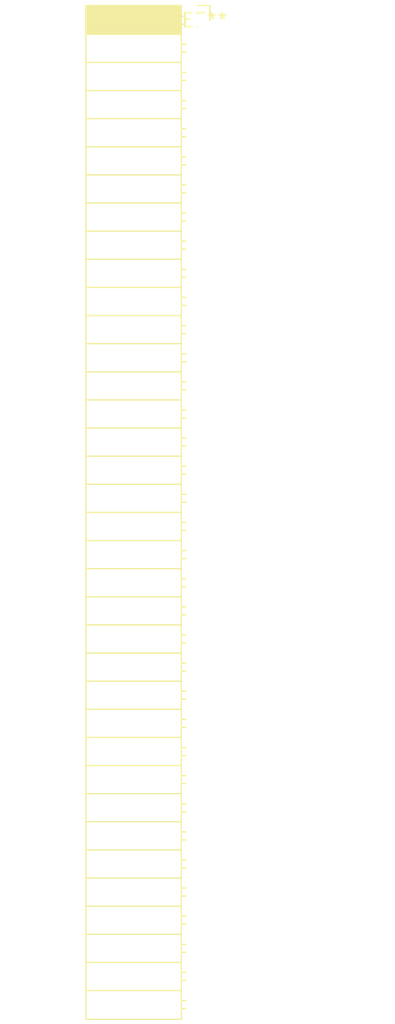
<source format=kicad_pcb>
(kicad_pcb (version 20240108) (generator pcbnew)
  (layers (0 "F.Cu" signal) (31 "B.Cu" signal) (34 "B.Paste" user) (35 "F.Paste" user) (36 "B.SilkS" user "B.Silkscreen") (37 "F.SilkS" user "F.Silkscreen") (38 "B.Mask" user) (39 "F.Mask" user) (44 "Edge.Cuts" user))
  (net 0 "")
  (footprint "PinSocket_1x36_P2.54mm_Horizontal" (layer "F.Cu") (at 0 0)
    (property "Reference" "REF**")
    (property "Value" "PinSocket_1x36_P2.54mm_Horizontal")
    (fp_line (start -10.09 -1.33) (end -10.09 90.23) (layer "F.SilkS") (stroke (width 0.12)))
    (fp_line (start -10.09 -1.33) (end -1.46 -1.33) (layer "F.SilkS") (stroke (width 0.12)))
    (fp_line (start -10.09 -1.21) (end -1.46 -1.21) (layer "F.SilkS") (stroke (width 0.12)))
    (fp_line (start -10.09 -1.091905) (end -1.46 -1.091905) (layer "F.SilkS") (stroke (width 0.12)))
    (fp_line (start -10.09 -0.97381) (end -1.46 -0.97381) (layer "F.SilkS") (stroke (width 0.12)))
    (fp_line (start -10.09 -0.855715) (end -1.46 -0.855715) (layer "F.SilkS") (stroke (width 0.12)))
    (fp_line (start -10.09 -0.73762) (end -1.46 -0.73762) (layer "F.SilkS") (stroke (width 0.12)))
    (fp_line (start -10.09 -0.619525) (end -1.46 -0.619525) (layer "F.SilkS") (stroke (width 0.12)))
    (fp_line (start -10.09 -0.50143) (end -1.46 -0.50143) (layer "F.SilkS") (stroke (width 0.12)))
    (fp_line (start -10.09 -0.383335) (end -1.46 -0.383335) (layer "F.SilkS") (stroke (width 0.12)))
    (fp_line (start -10.09 -0.26524) (end -1.46 -0.26524) (layer "F.SilkS") (stroke (width 0.12)))
    (fp_line (start -10.09 -0.147145) (end -1.46 -0.147145) (layer "F.SilkS") (stroke (width 0.12)))
    (fp_line (start -10.09 -0.02905) (end -1.46 -0.02905) (layer "F.SilkS") (stroke (width 0.12)))
    (fp_line (start -10.09 0.089045) (end -1.46 0.089045) (layer "F.SilkS") (stroke (width 0.12)))
    (fp_line (start -10.09 0.20714) (end -1.46 0.20714) (layer "F.SilkS") (stroke (width 0.12)))
    (fp_line (start -10.09 0.325235) (end -1.46 0.325235) (layer "F.SilkS") (stroke (width 0.12)))
    (fp_line (start -10.09 0.44333) (end -1.46 0.44333) (layer "F.SilkS") (stroke (width 0.12)))
    (fp_line (start -10.09 0.561425) (end -1.46 0.561425) (layer "F.SilkS") (stroke (width 0.12)))
    (fp_line (start -10.09 0.67952) (end -1.46 0.67952) (layer "F.SilkS") (stroke (width 0.12)))
    (fp_line (start -10.09 0.797615) (end -1.46 0.797615) (layer "F.SilkS") (stroke (width 0.12)))
    (fp_line (start -10.09 0.91571) (end -1.46 0.91571) (layer "F.SilkS") (stroke (width 0.12)))
    (fp_line (start -10.09 1.033805) (end -1.46 1.033805) (layer "F.SilkS") (stroke (width 0.12)))
    (fp_line (start -10.09 1.1519) (end -1.46 1.1519) (layer "F.SilkS") (stroke (width 0.12)))
    (fp_line (start -10.09 1.27) (end -1.46 1.27) (layer "F.SilkS") (stroke (width 0.12)))
    (fp_line (start -10.09 3.81) (end -1.46 3.81) (layer "F.SilkS") (stroke (width 0.12)))
    (fp_line (start -10.09 6.35) (end -1.46 6.35) (layer "F.SilkS") (stroke (width 0.12)))
    (fp_line (start -10.09 8.89) (end -1.46 8.89) (layer "F.SilkS") (stroke (width 0.12)))
    (fp_line (start -10.09 11.43) (end -1.46 11.43) (layer "F.SilkS") (stroke (width 0.12)))
    (fp_line (start -10.09 13.97) (end -1.46 13.97) (layer "F.SilkS") (stroke (width 0.12)))
    (fp_line (start -10.09 16.51) (end -1.46 16.51) (layer "F.SilkS") (stroke (width 0.12)))
    (fp_line (start -10.09 19.05) (end -1.46 19.05) (layer "F.SilkS") (stroke (width 0.12)))
    (fp_line (start -10.09 21.59) (end -1.46 21.59) (layer "F.SilkS") (stroke (width 0.12)))
    (fp_line (start -10.09 24.13) (end -1.46 24.13) (layer "F.SilkS") (stroke (width 0.12)))
    (fp_line (start -10.09 26.67) (end -1.46 26.67) (layer "F.SilkS") (stroke (width 0.12)))
    (fp_line (start -10.09 29.21) (end -1.46 29.21) (layer "F.SilkS") (stroke (width 0.12)))
    (fp_line (start -10.09 31.75) (end -1.46 31.75) (layer "F.SilkS") (stroke (width 0.12)))
    (fp_line (start -10.09 34.29) (end -1.46 34.29) (layer "F.SilkS") (stroke (width 0.12)))
    (fp_line (start -10.09 36.83) (end -1.46 36.83) (layer "F.SilkS") (stroke (width 0.12)))
    (fp_line (start -10.09 39.37) (end -1.46 39.37) (layer "F.SilkS") (stroke (width 0.12)))
    (fp_line (start -10.09 41.91) (end -1.46 41.91) (layer "F.SilkS") (stroke (width 0.12)))
    (fp_line (start -10.09 44.45) (end -1.46 44.45) (layer "F.SilkS") (stroke (width 0.12)))
    (fp_line (start -10.09 46.99) (end -1.46 46.99) (layer "F.SilkS") (stroke (width 0.12)))
    (fp_line (start -10.09 49.53) (end -1.46 49.53) (layer "F.SilkS") (stroke (width 0.12)))
    (fp_line (start -10.09 52.07) (end -1.46 52.07) (layer "F.SilkS") (stroke (width 0.12)))
    (fp_line (start -10.09 54.61) (end -1.46 54.61) (layer "F.SilkS") (stroke (width 0.12)))
    (fp_line (start -10.09 57.15) (end -1.46 57.15) (layer "F.SilkS") (stroke (width 0.12)))
    (fp_line (start -10.09 59.69) (end -1.46 59.69) (layer "F.SilkS") (stroke (width 0.12)))
    (fp_line (start -10.09 62.23) (end -1.46 62.23) (layer "F.SilkS") (stroke (width 0.12)))
    (fp_line (start -10.09 64.77) (end -1.46 64.77) (layer "F.SilkS") (stroke (width 0.12)))
    (fp_line (start -10.09 67.31) (end -1.46 67.31) (layer "F.SilkS") (stroke (width 0.12)))
    (fp_line (start -10.09 69.85) (end -1.46 69.85) (layer "F.SilkS") (stroke (width 0.12)))
    (fp_line (start -10.09 72.39) (end -1.46 72.39) (layer "F.SilkS") (stroke (width 0.12)))
    (fp_line (start -10.09 74.93) (end -1.46 74.93) (layer "F.SilkS") (stroke (width 0.12)))
    (fp_line (start -10.09 77.47) (end -1.46 77.47) (layer "F.SilkS") (stroke (width 0.12)))
    (fp_line (start -10.09 80.01) (end -1.46 80.01) (layer "F.SilkS") (stroke (width 0.12)))
    (fp_line (start -10.09 82.55) (end -1.46 82.55) (layer "F.SilkS") (stroke (width 0.12)))
    (fp_line (start -10.09 85.09) (end -1.46 85.09) (layer "F.SilkS") (stroke (width 0.12)))
    (fp_line (start -10.09 87.63) (end -1.46 87.63) (layer "F.SilkS") (stroke (width 0.12)))
    (fp_line (start -10.09 90.23) (end -1.46 90.23) (layer "F.SilkS") (stroke (width 0.12)))
    (fp_line (start -1.46 -1.33) (end -1.46 90.23) (layer "F.SilkS") (stroke (width 0.12)))
    (fp_line (start -1.46 -0.36) (end -1.11 -0.36) (layer "F.SilkS") (stroke (width 0.12)))
    (fp_line (start -1.46 0.36) (end -1.11 0.36) (layer "F.SilkS") (stroke (width 0.12)))
    (fp_line (start -1.46 2.18) (end -1.05 2.18) (layer "F.SilkS") (stroke (width 0.12)))
    (fp_line (start -1.46 2.9) (end -1.05 2.9) (layer "F.SilkS") (stroke (width 0.12)))
    (fp_line (start -1.46 4.72) (end -1.05 4.72) (layer "F.SilkS") (stroke (width 0.12)))
    (fp_line (start -1.46 5.44) (end -1.05 5.44) (layer "F.SilkS") (stroke (width 0.12)))
    (fp_line (start -1.46 7.26) (end -1.05 7.26) (layer "F.SilkS") (stroke (width 0.12)))
    (fp_line (start -1.46 7.98) (end -1.05 7.98) (layer "F.SilkS") (stroke (width 0.12)))
    (fp_line (start -1.46 9.8) (end -1.05 9.8) (layer "F.SilkS") (stroke (width 0.12)))
    (fp_line (start -1.46 10.52) (end -1.05 10.52) (layer "F.SilkS") (stroke (width 0.12)))
    (fp_line (start -1.46 12.34) (end -1.05 12.34) (layer "F.SilkS") (stroke (width 0.12)))
    (fp_line (start -1.46 13.06) (end -1.05 13.06) (layer "F.SilkS") (stroke (width 0.12)))
    (fp_line (start -1.46 14.88) (end -1.05 14.88) (layer "F.SilkS") (stroke (width 0.12)))
    (fp_line (start -1.46 15.6) (end -1.05 15.6) (layer "F.SilkS") (stroke (width 0.12)))
    (fp_line (start -1.46 17.42) (end -1.05 17.42) (layer "F.SilkS") (stroke (width 0.12)))
    (fp_line (start -1.46 18.14) (end -1.05 18.14) (layer "F.SilkS") (stroke (width 0.12)))
    (fp_line (start -1.46 19.96) (end -1.05 19.96) (layer "F.SilkS") (stroke (width 0.12)))
    (fp_line (start -1.46 20.68) (end -1.05 20.68) (layer "F.SilkS") (stroke (width 0.12)))
    (fp_line (start -1.46 22.5) (end -1.05 22.5) (layer "F.SilkS") (stroke (width 0.12)))
    (fp_line (start -1.46 23.22) (end -1.05 23.22) (layer "F.SilkS") (stroke (width 0.12)))
    (fp_line (start -1.46 25.04) (end -1.05 25.04) (layer "F.SilkS") (stroke (width 0.12)))
    (fp_line (start -1.46 25.76) (end -1.05 25.76) (layer "F.SilkS") (stroke (width 0.12)))
    (fp_line (start -1.46 27.58) (end -1.05 27.58) (layer "F.SilkS") (stroke (width 0.12)))
    (fp_line (start -1.46 28.3) (end -1.05 28.3) (layer "F.SilkS") (stroke (width 0.12)))
    (fp_line (start -1.46 30.12) (end -1.05 30.12) (layer "F.SilkS") (stroke (width 0.12)))
    (fp_line (start -1.46 30.84) (end -1.05 30.84) (layer "F.SilkS") (stroke (width 0.12)))
    (fp_line (start -1.46 32.66) (end -1.05 32.66) (layer "F.SilkS") (stroke (width 0.12)))
    (fp_line (start -1.46 33.38) (end -1.05 33.38) (layer "F.SilkS") (stroke (width 0.12)))
    (fp_line (start -1.46 35.2) (end -1.05 35.2) (layer "F.SilkS") (stroke (width 0.12)))
    (fp_line (start -1.46 35.92) (end -1.05 35.92) (layer "F.SilkS") (stroke (width 0.12)))
    (fp_line (start -1.46 37.74) (end -1.05 37.74) (layer "F.SilkS") (stroke (width 0.12)))
    (fp_line (start -1.46 38.46) (end -1.05 38.46) (layer "F.SilkS") (stroke (width 0.12)))
    (fp_line (start -1.46 40.28) (end -1.05 40.28) (layer "F.SilkS") (stroke (width 0.12)))
    (fp_line (start -1.46 41) (end -1.05 41) (layer "F.SilkS") (stroke (width 0.12)))
    (fp_line (start -1.46 42.82) (end -1.05 42.82) (layer "F.SilkS") (stroke (width 0.12)))
    (fp_line (start -1.46 43.54) (end -1.05 43.54) (layer "F.SilkS") (stroke (width 0.12)))
    (fp_line (start -1.46 45.36) (end -1.05 45.36) (layer "F.SilkS") (stroke (width 0.12)))
    (fp_line (start -1.46 46.08) (end -1.05 46.08) (layer "F.SilkS") (stroke (width 0.12)))
    (fp_line (start -1.46 47.9) (end -1.05 47.9) (layer "F.SilkS") (stroke (width 0.12)))
    (fp_line (start -1.46 48.62) (end -1.05 48.62) (layer "F.SilkS") (stroke (width 0.12)))
    (fp_line (start -1.46 50.44) (end -1.05 50.44) (layer "F.SilkS") (stroke (width 0.12)))
    (fp_line (start -1.46 51.16) (end -1.05 51.16) (layer "F.SilkS") (stroke (width 0.12)))
    (fp_line (start -1.46 52.98) (end -1.05 52.98) (layer "F.SilkS") (stroke (width 0.12)))
    (fp_line (start -1.46 53.7) (end -1.05 53.7) (layer "F.SilkS") (stroke (width 0.12)))
    (fp_line (start -1.46 55.52) (end -1.05 55.52) (layer "F.SilkS") (stroke (width 0.12)))
    (fp_line (start -1.46 56.24) (end -1.05 56.24) (layer "F.SilkS") (stroke (width 0.12)))
    (fp_line (start -1.46 58.06) (end -1.05 58.06) (layer "F.SilkS") (stroke (width 0.12)))
    (fp_line (start -1.46 58.78) (end -1.05 58.78) (layer "F.SilkS") (stroke (width 0.12)))
    (fp_line (start -1.46 60.6) (end -1.05 60.6) (layer "F.SilkS") (stroke (width 0.12)))
    (fp_line (start -1.46 61.32) (end -1.05 61.32) (layer "F.SilkS") (stroke (width 0.12)))
    (fp_line (start -1.46 63.14) (end -1.05 63.14) (layer "F.SilkS") (stroke (width 0.12)))
    (fp_line (start -1.46 63.86) (end -1.05 63.86) (layer "F.SilkS") (stroke (width 0.12)))
    (fp_line (start -1.46 65.68) (end -1.05 65.68) (layer "F.SilkS") (stroke (width 0.12)))
    (fp_line (start -1.46 66.4) (end -1.05 66.4) (layer "F.SilkS") (stroke (width 0.12)))
    (fp_line (start -1.46 68.22) (end -1.05 68.22) (layer "F.SilkS") (stroke (width 0.12)))
    (fp_line (start -1.46 68.94) (end -1.05 68.94) (layer "F.SilkS") (stroke (width 0.12)))
    (fp_line (start -1.46 70.76) (end -1.05 70.76) (layer "F.SilkS") (stroke (width 0.12)))
    (fp_line (start -1.46 71.48) (end -1.05 71.48) (layer "F.SilkS") (stroke (width 0.12)))
    (fp_line (start -1.46 73.3) (end -1.05 73.3) (layer "F.SilkS") (stroke (width 0.12)))
    (fp_line (start -1.46 74.02) (end -1.05 74.02) (layer "F.SilkS") (stroke (width 0.12)))
    (fp_line (start -1.46 75.84) (end -1.05 75.84) (layer "F.SilkS") (stroke (width 0.12)))
    (fp_line (start -1.46 76.56) (end -1.05 76.56) (layer "F.SilkS") (stroke (width 0.12)))
    (fp_line (start -1.46 78.38) (end -1.05 78.38) (layer "F.SilkS") (stroke (width 0.12)))
    (fp_line (start -1.46 79.1) (end -1.05 79.1) (layer "F.SilkS") (stroke (width 0.12)))
    (fp_line (start -1.46 80.92) (end -1.05 80.92) (layer "F.SilkS") (stroke (width 0.12)))
    (fp_line (start -1.46 81.64) (end -1.05 81.64) (layer "F.SilkS") (stroke (width 0.12)))
    (fp_line (start -1.46 83.46) (end -1.05 83.46) (layer "F.SilkS") (stroke (width 0.12)))
    (fp_line (start -1.46 84.18) (end -1.05 84.18) (layer "F.SilkS") (stroke (width 0.12)))
    (fp_line (start -1.46 86) (end -1.05 86) (layer "F.SilkS") (stroke (width 0.12)))
    (fp_line (start -1.46 86.72) (end -1.05 86.72) (layer "F.SilkS") (stroke (width 0.12)))
    (fp_line (start -1.46 88.54) (end -1.05 88.54) (layer "F.SilkS") (stroke (width 0.12)))
    (fp_line (start -1.46 89.26) (end -1.05 89.26) (layer "F.SilkS") (stroke (width 0.12)))
    (fp_line (start 0 -1.33) (end 1.11 -1.33) (layer "F.SilkS") (stroke (width 0.12)))
    (fp_line (start 1.11 -1.33) (end 1.11 0) (layer "F.SilkS") (stroke (width 0.12)))
    (pad "1" thru_hole rect (at 0 0) (size 1.7 1.7) (drill 1) (layers *.Cu *.Mask) (remove_unused_layers))
    (pad "2" thru_hole oval (at 0 2.54) (size 1.7 1.7) (drill 1) (layers *.Cu *.Mask) (remove_unused_layers))
    (pad "3" thru_hole oval (at 0 5.08) (size 1.7 1.7) (drill 1) (layers *.Cu *.Mask) (remove_unused_layers))
    (pad "4" thru_hole oval (at 0 7.62) (size 1.7 1.7) (drill 1) (layers *.Cu *.Mask) (remove_unused_layers))
    (pad "5" thru_hole oval (at 0 10.16) (size 1.7 1.7) (drill 1) (layers *.Cu *.Mask) (remove_unused_layers))
    (pad "6" thru_hole oval (at 0 12.7) (size 1.7 1.7) (drill 1) (layers *.Cu *.Mask) (remove_unused_layers))
    (pad "7" thru_hole oval (at 0 15.24) (size 1.7 1.7) (drill 1) (layers *.Cu *.Mask) (remove_unused_layers))
    (pad "8" thru_hole oval (at 0 17.78) (size 1.7 1.7) (drill 1) (layers *.Cu *.Mask) (remove_unused_layers))
    (pad "9" thru_hole oval (at 0 20.32) (size 1.7 1.7) (drill 1) (layers *.Cu *.Mask) (remove_unused_layers))
    (pad "10" thru_hole oval (at 0 22.86) (size 1.7 1.7) (drill 1) (layers *.Cu *.Mask) (remove_unused_layers))
    (pad "11" thru_hole oval (at 0 25.4) (size 1.7 1.7) (drill 1) (layers *.Cu *.Mask) (remove_unused_layers))
    (pad "12" thru_hole oval (at 0 27.94) (size 1.7 1.7) (drill 1) (layers *.Cu *.Mask) (remove_unused_layers))
    (pad "13" thru_hole oval (at 0 30.48) (size 1.7 1.7) (drill 1) (layers *.Cu *.Mask) (remove_unused_layers))
    (pad "14" thru_hole oval (at 0 33.02) (size 1.7 1.7) (drill 1) (layers *.Cu *.Mask) (remove_unused_layers))
    (pad "15" thru_hole oval (at 0 35.56) (size 1.7 1.7) (drill 1) (layers *.Cu *.Mask) (remove_unused_layers))
    (pad "16" thru_hole oval (at 0 38.1) (size 1.7 1.7) (drill 1) (layers *.Cu *.Mask) (remove_unused_layers))
    (pad "17" thru_hole oval (at 0 40.64) (size 1.7 1.7) (drill 1) (layers *.Cu *.Mask) (remove_unused_layers))
    (pad "18" thru_hole oval (at 0 43.18) (size 1.7 1.7) (drill 1) (layers *.Cu *.Mask) (remove_unused_layers))
    (pad "19" thru_hole oval (at 0 45.72) (size 1.7 1.7) (drill 1) (layers *.Cu *.Mask) (remove_unused_layers))
    (pad "20" thru_hole oval (at 0 48.26) (size 1.7 1.7) (drill 1) (layers *.Cu *.Mask) (remove_unused_layers))
    (pad "21" thru_hole oval (at 0 50.8) (size 1.7 1.7) (drill 1) (layers *.Cu *.Mask) (remove_unused_layers))
    (pad "22" thru_hole oval (at 0 53.34) (size 1.7 1.7) (drill 1) (layers *.Cu *.Mask) (remove_unused_layers))
    (pad "23" thru_hole oval (at 0 55.88) (size 1.7 1.7) (drill 1) (layers *.Cu *.Mask) (remove_unused_layers))
    (pad "24" thru_hole oval (at 0 58.42) (size 1.7 1.7) (drill 1) (layers *.Cu *.Mask) (remove_unused_layers))
    (pad "25" thru_hole oval (at 0 60.96) (size 1.7 1.7) (drill 1) (layers *.Cu *.Mask) (remove_unused_layers))
    (pad "26" thru_hole oval (at 0 63.5) (size 1.7 1.7) (drill 1) (layers *.Cu *.Mask) (remove_unused_layers))
    (pad "27" thru_hole oval (at 0 66.04) (size 1.7 1.7) (drill 1) (layers *.Cu *.Mask) (remove_unused_layers))
    (pad "28" thru_hole oval (at 0 68.58) (size 1.7 1.7) (drill 1) (layers *.Cu *.Mask) (remove_unused_layers))
    (pad "29" thru_hole oval (at 0 71.12) (size 1.7 1.7) (drill 1) (layers *.Cu *.Mask) (remove_unused_layers))
    (pad "30" thru_hole oval (at 0 73.66) (size 1.7 1.7) (drill 1) (layers *.Cu *.Mask) (remove_unused_layers))
    (pad "31" thru_hole oval (at 0 76.2) (size 1.7 1.7) (drill 1) (layers *.Cu *.Mask) (remove_unused_layers))
    (pad "32" thru_hole oval (at 0 78.74) (size 1.7 1.7) (drill 1) (layers *.Cu *.Mask) (remove_unused_layers))
    (pad "33" thru_hole oval (at 0 81.28) (size 1.7 1.7) (drill 1) (layers *.Cu *.Mask) (remove_unused_layers))
    (pad "34" thru_hole oval (at 0 83.82) (size 1.7 1.7) (drill 1) (layers *.Cu *.Mask) (remove_unused_layers))
    (pad "35" thru_hole oval (at 0 86.36) (size 1.7 1.7) (drill 1) (layers *.Cu *.Mask) (remove_unused_layers))
    (pad "36" thru_hole oval (at 0 88.9) (size 1.7 1.7) (drill 1) (layers *.Cu *.Mask) (remove_unused_layers))
  )
)
</source>
